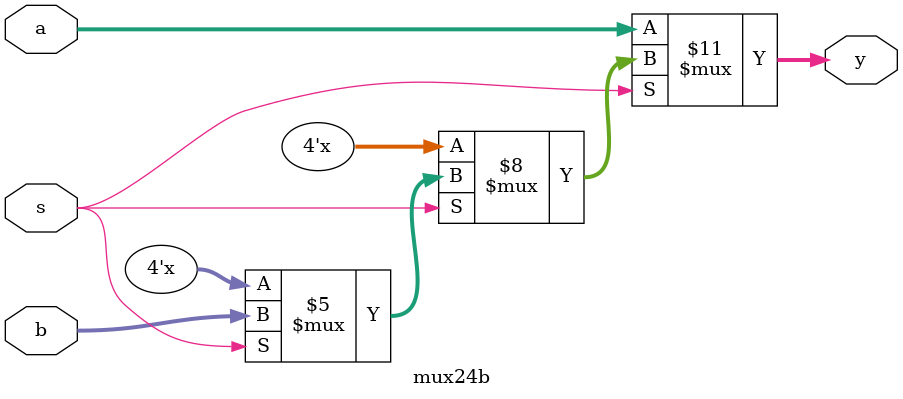
<source format=sv>
module mux24b(
input wire [3:0] a,
input wire [3:0] b,
input wire s,
output reg [3:0] y
);
always @(*)
if(s == 0)
y = a;
else if (s == 1)
y = b;
endmodule
</source>
